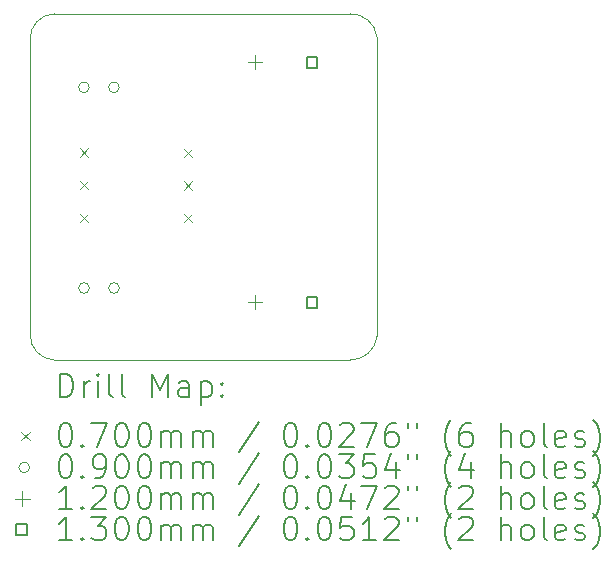
<source format=gbr>
%TF.GenerationSoftware,KiCad,Pcbnew,(6.0.7)*%
%TF.CreationDate,2022-10-05T19:23:16-05:00*%
%TF.ProjectId,INA186_Breakout,494e4131-3836-45f4-9272-65616b6f7574,rev?*%
%TF.SameCoordinates,Original*%
%TF.FileFunction,Drillmap*%
%TF.FilePolarity,Positive*%
%FSLAX45Y45*%
G04 Gerber Fmt 4.5, Leading zero omitted, Abs format (unit mm)*
G04 Created by KiCad (PCBNEW (6.0.7)) date 2022-10-05 19:23:16*
%MOMM*%
%LPD*%
G01*
G04 APERTURE LIST*
%ADD10C,0.100000*%
%ADD11C,0.200000*%
%ADD12C,0.070000*%
%ADD13C,0.090000*%
%ADD14C,0.120000*%
%ADD15C,0.130000*%
G04 APERTURE END LIST*
D10*
X5033374Y-2250317D02*
X5033374Y-4750294D01*
X5239114Y-2035180D02*
X7739114Y-2035180D01*
X7970387Y-2230616D02*
X7970387Y-4765348D01*
X7739114Y-4965433D02*
G75*
G03*
X7970387Y-4765348I7406J225143D01*
G01*
X7739114Y-4965431D02*
X5239114Y-4965431D01*
X5033371Y-4750294D02*
G75*
G03*
X5239114Y-4965431I210629J-4516D01*
G01*
X7970386Y-2230617D02*
G75*
G03*
X7739114Y-2035180I-220686J-26594D01*
G01*
X5239114Y-2035177D02*
G75*
G03*
X5033374Y-2250317I2936J-208753D01*
G01*
D11*
D12*
X5453940Y-3173020D02*
X5523940Y-3243020D01*
X5523940Y-3173020D02*
X5453940Y-3243020D01*
X5453940Y-3449880D02*
X5523940Y-3519880D01*
X5523940Y-3449880D02*
X5453940Y-3519880D01*
X5453940Y-3726740D02*
X5523940Y-3796740D01*
X5523940Y-3726740D02*
X5453940Y-3796740D01*
X6335320Y-3175560D02*
X6405320Y-3245560D01*
X6405320Y-3175560D02*
X6335320Y-3245560D01*
X6335320Y-3452420D02*
X6405320Y-3522420D01*
X6405320Y-3452420D02*
X6335320Y-3522420D01*
X6335320Y-3729280D02*
X6405320Y-3799280D01*
X6405320Y-3729280D02*
X6335320Y-3799280D01*
D13*
X5533940Y-2656840D02*
G75*
G03*
X5533940Y-2656840I-45000J0D01*
G01*
X5533940Y-4356100D02*
G75*
G03*
X5533940Y-4356100I-45000J0D01*
G01*
X5787940Y-2656840D02*
G75*
G03*
X5787940Y-2656840I-45000J0D01*
G01*
X5787940Y-4356100D02*
G75*
G03*
X5787940Y-4356100I-45000J0D01*
G01*
D14*
X6934200Y-2383480D02*
X6934200Y-2503480D01*
X6874200Y-2443480D02*
X6994200Y-2443480D01*
X6934200Y-4415480D02*
X6934200Y-4535480D01*
X6874200Y-4475480D02*
X6994200Y-4475480D01*
D15*
X7465302Y-2489442D02*
X7465302Y-2397518D01*
X7373378Y-2397518D01*
X7373378Y-2489442D01*
X7465302Y-2489442D01*
X7465302Y-4521442D02*
X7465302Y-4429518D01*
X7373378Y-4429518D01*
X7373378Y-4521442D01*
X7465302Y-4521442D01*
D11*
X5285896Y-5281031D02*
X5285896Y-5081031D01*
X5333515Y-5081031D01*
X5362086Y-5090555D01*
X5381134Y-5109602D01*
X5390658Y-5128650D01*
X5400181Y-5166745D01*
X5400181Y-5195317D01*
X5390658Y-5233412D01*
X5381134Y-5252459D01*
X5362086Y-5271507D01*
X5333515Y-5281031D01*
X5285896Y-5281031D01*
X5485896Y-5281031D02*
X5485896Y-5147698D01*
X5485896Y-5185793D02*
X5495419Y-5166745D01*
X5504943Y-5157221D01*
X5523991Y-5147698D01*
X5543039Y-5147698D01*
X5609705Y-5281031D02*
X5609705Y-5147698D01*
X5609705Y-5081031D02*
X5600181Y-5090555D01*
X5609705Y-5100079D01*
X5619229Y-5090555D01*
X5609705Y-5081031D01*
X5609705Y-5100079D01*
X5733515Y-5281031D02*
X5714467Y-5271507D01*
X5704943Y-5252459D01*
X5704943Y-5081031D01*
X5838277Y-5281031D02*
X5819229Y-5271507D01*
X5809705Y-5252459D01*
X5809705Y-5081031D01*
X6066848Y-5281031D02*
X6066848Y-5081031D01*
X6133515Y-5223888D01*
X6200181Y-5081031D01*
X6200181Y-5281031D01*
X6381134Y-5281031D02*
X6381134Y-5176269D01*
X6371610Y-5157221D01*
X6352562Y-5147698D01*
X6314467Y-5147698D01*
X6295419Y-5157221D01*
X6381134Y-5271507D02*
X6362086Y-5281031D01*
X6314467Y-5281031D01*
X6295419Y-5271507D01*
X6285896Y-5252459D01*
X6285896Y-5233412D01*
X6295419Y-5214364D01*
X6314467Y-5204840D01*
X6362086Y-5204840D01*
X6381134Y-5195317D01*
X6476372Y-5147698D02*
X6476372Y-5347698D01*
X6476372Y-5157221D02*
X6495419Y-5147698D01*
X6533515Y-5147698D01*
X6552562Y-5157221D01*
X6562086Y-5166745D01*
X6571610Y-5185793D01*
X6571610Y-5242936D01*
X6562086Y-5261983D01*
X6552562Y-5271507D01*
X6533515Y-5281031D01*
X6495419Y-5281031D01*
X6476372Y-5271507D01*
X6657324Y-5261983D02*
X6666848Y-5271507D01*
X6657324Y-5281031D01*
X6647800Y-5271507D01*
X6657324Y-5261983D01*
X6657324Y-5281031D01*
X6657324Y-5157221D02*
X6666848Y-5166745D01*
X6657324Y-5176269D01*
X6647800Y-5166745D01*
X6657324Y-5157221D01*
X6657324Y-5176269D01*
D12*
X4958277Y-5575555D02*
X5028277Y-5645555D01*
X5028277Y-5575555D02*
X4958277Y-5645555D01*
D11*
X5323991Y-5501031D02*
X5343039Y-5501031D01*
X5362086Y-5510555D01*
X5371610Y-5520079D01*
X5381134Y-5539126D01*
X5390658Y-5577221D01*
X5390658Y-5624840D01*
X5381134Y-5662936D01*
X5371610Y-5681983D01*
X5362086Y-5691507D01*
X5343039Y-5701031D01*
X5323991Y-5701031D01*
X5304943Y-5691507D01*
X5295419Y-5681983D01*
X5285896Y-5662936D01*
X5276372Y-5624840D01*
X5276372Y-5577221D01*
X5285896Y-5539126D01*
X5295419Y-5520079D01*
X5304943Y-5510555D01*
X5323991Y-5501031D01*
X5476372Y-5681983D02*
X5485896Y-5691507D01*
X5476372Y-5701031D01*
X5466848Y-5691507D01*
X5476372Y-5681983D01*
X5476372Y-5701031D01*
X5552562Y-5501031D02*
X5685896Y-5501031D01*
X5600181Y-5701031D01*
X5800181Y-5501031D02*
X5819229Y-5501031D01*
X5838277Y-5510555D01*
X5847800Y-5520079D01*
X5857324Y-5539126D01*
X5866848Y-5577221D01*
X5866848Y-5624840D01*
X5857324Y-5662936D01*
X5847800Y-5681983D01*
X5838277Y-5691507D01*
X5819229Y-5701031D01*
X5800181Y-5701031D01*
X5781134Y-5691507D01*
X5771610Y-5681983D01*
X5762086Y-5662936D01*
X5752562Y-5624840D01*
X5752562Y-5577221D01*
X5762086Y-5539126D01*
X5771610Y-5520079D01*
X5781134Y-5510555D01*
X5800181Y-5501031D01*
X5990657Y-5501031D02*
X6009705Y-5501031D01*
X6028753Y-5510555D01*
X6038277Y-5520079D01*
X6047800Y-5539126D01*
X6057324Y-5577221D01*
X6057324Y-5624840D01*
X6047800Y-5662936D01*
X6038277Y-5681983D01*
X6028753Y-5691507D01*
X6009705Y-5701031D01*
X5990657Y-5701031D01*
X5971610Y-5691507D01*
X5962086Y-5681983D01*
X5952562Y-5662936D01*
X5943038Y-5624840D01*
X5943038Y-5577221D01*
X5952562Y-5539126D01*
X5962086Y-5520079D01*
X5971610Y-5510555D01*
X5990657Y-5501031D01*
X6143038Y-5701031D02*
X6143038Y-5567698D01*
X6143038Y-5586745D02*
X6152562Y-5577221D01*
X6171610Y-5567698D01*
X6200181Y-5567698D01*
X6219229Y-5577221D01*
X6228753Y-5596269D01*
X6228753Y-5701031D01*
X6228753Y-5596269D02*
X6238277Y-5577221D01*
X6257324Y-5567698D01*
X6285896Y-5567698D01*
X6304943Y-5577221D01*
X6314467Y-5596269D01*
X6314467Y-5701031D01*
X6409705Y-5701031D02*
X6409705Y-5567698D01*
X6409705Y-5586745D02*
X6419229Y-5577221D01*
X6438277Y-5567698D01*
X6466848Y-5567698D01*
X6485896Y-5577221D01*
X6495419Y-5596269D01*
X6495419Y-5701031D01*
X6495419Y-5596269D02*
X6504943Y-5577221D01*
X6523991Y-5567698D01*
X6552562Y-5567698D01*
X6571610Y-5577221D01*
X6581134Y-5596269D01*
X6581134Y-5701031D01*
X6971610Y-5491507D02*
X6800181Y-5748650D01*
X7228753Y-5501031D02*
X7247800Y-5501031D01*
X7266848Y-5510555D01*
X7276372Y-5520079D01*
X7285896Y-5539126D01*
X7295419Y-5577221D01*
X7295419Y-5624840D01*
X7285896Y-5662936D01*
X7276372Y-5681983D01*
X7266848Y-5691507D01*
X7247800Y-5701031D01*
X7228753Y-5701031D01*
X7209705Y-5691507D01*
X7200181Y-5681983D01*
X7190657Y-5662936D01*
X7181134Y-5624840D01*
X7181134Y-5577221D01*
X7190657Y-5539126D01*
X7200181Y-5520079D01*
X7209705Y-5510555D01*
X7228753Y-5501031D01*
X7381134Y-5681983D02*
X7390657Y-5691507D01*
X7381134Y-5701031D01*
X7371610Y-5691507D01*
X7381134Y-5681983D01*
X7381134Y-5701031D01*
X7514467Y-5501031D02*
X7533515Y-5501031D01*
X7552562Y-5510555D01*
X7562086Y-5520079D01*
X7571610Y-5539126D01*
X7581134Y-5577221D01*
X7581134Y-5624840D01*
X7571610Y-5662936D01*
X7562086Y-5681983D01*
X7552562Y-5691507D01*
X7533515Y-5701031D01*
X7514467Y-5701031D01*
X7495419Y-5691507D01*
X7485896Y-5681983D01*
X7476372Y-5662936D01*
X7466848Y-5624840D01*
X7466848Y-5577221D01*
X7476372Y-5539126D01*
X7485896Y-5520079D01*
X7495419Y-5510555D01*
X7514467Y-5501031D01*
X7657324Y-5520079D02*
X7666848Y-5510555D01*
X7685896Y-5501031D01*
X7733515Y-5501031D01*
X7752562Y-5510555D01*
X7762086Y-5520079D01*
X7771610Y-5539126D01*
X7771610Y-5558174D01*
X7762086Y-5586745D01*
X7647800Y-5701031D01*
X7771610Y-5701031D01*
X7838277Y-5501031D02*
X7971610Y-5501031D01*
X7885896Y-5701031D01*
X8133515Y-5501031D02*
X8095419Y-5501031D01*
X8076372Y-5510555D01*
X8066848Y-5520079D01*
X8047800Y-5548650D01*
X8038276Y-5586745D01*
X8038276Y-5662936D01*
X8047800Y-5681983D01*
X8057324Y-5691507D01*
X8076372Y-5701031D01*
X8114467Y-5701031D01*
X8133515Y-5691507D01*
X8143038Y-5681983D01*
X8152562Y-5662936D01*
X8152562Y-5615317D01*
X8143038Y-5596269D01*
X8133515Y-5586745D01*
X8114467Y-5577221D01*
X8076372Y-5577221D01*
X8057324Y-5586745D01*
X8047800Y-5596269D01*
X8038276Y-5615317D01*
X8228753Y-5501031D02*
X8228753Y-5539126D01*
X8304943Y-5501031D02*
X8304943Y-5539126D01*
X8600181Y-5777221D02*
X8590658Y-5767697D01*
X8571610Y-5739126D01*
X8562086Y-5720078D01*
X8552562Y-5691507D01*
X8543039Y-5643888D01*
X8543039Y-5605793D01*
X8552562Y-5558174D01*
X8562086Y-5529602D01*
X8571610Y-5510555D01*
X8590658Y-5481983D01*
X8600181Y-5472459D01*
X8762086Y-5501031D02*
X8723991Y-5501031D01*
X8704943Y-5510555D01*
X8695419Y-5520079D01*
X8676372Y-5548650D01*
X8666848Y-5586745D01*
X8666848Y-5662936D01*
X8676372Y-5681983D01*
X8685896Y-5691507D01*
X8704943Y-5701031D01*
X8743039Y-5701031D01*
X8762086Y-5691507D01*
X8771610Y-5681983D01*
X8781134Y-5662936D01*
X8781134Y-5615317D01*
X8771610Y-5596269D01*
X8762086Y-5586745D01*
X8743039Y-5577221D01*
X8704943Y-5577221D01*
X8685896Y-5586745D01*
X8676372Y-5596269D01*
X8666848Y-5615317D01*
X9019229Y-5701031D02*
X9019229Y-5501031D01*
X9104943Y-5701031D02*
X9104943Y-5596269D01*
X9095419Y-5577221D01*
X9076372Y-5567698D01*
X9047800Y-5567698D01*
X9028753Y-5577221D01*
X9019229Y-5586745D01*
X9228753Y-5701031D02*
X9209705Y-5691507D01*
X9200181Y-5681983D01*
X9190658Y-5662936D01*
X9190658Y-5605793D01*
X9200181Y-5586745D01*
X9209705Y-5577221D01*
X9228753Y-5567698D01*
X9257324Y-5567698D01*
X9276372Y-5577221D01*
X9285896Y-5586745D01*
X9295419Y-5605793D01*
X9295419Y-5662936D01*
X9285896Y-5681983D01*
X9276372Y-5691507D01*
X9257324Y-5701031D01*
X9228753Y-5701031D01*
X9409705Y-5701031D02*
X9390658Y-5691507D01*
X9381134Y-5672459D01*
X9381134Y-5501031D01*
X9562086Y-5691507D02*
X9543039Y-5701031D01*
X9504943Y-5701031D01*
X9485896Y-5691507D01*
X9476372Y-5672459D01*
X9476372Y-5596269D01*
X9485896Y-5577221D01*
X9504943Y-5567698D01*
X9543039Y-5567698D01*
X9562086Y-5577221D01*
X9571610Y-5596269D01*
X9571610Y-5615317D01*
X9476372Y-5634364D01*
X9647800Y-5691507D02*
X9666848Y-5701031D01*
X9704943Y-5701031D01*
X9723991Y-5691507D01*
X9733515Y-5672459D01*
X9733515Y-5662936D01*
X9723991Y-5643888D01*
X9704943Y-5634364D01*
X9676372Y-5634364D01*
X9657324Y-5624840D01*
X9647800Y-5605793D01*
X9647800Y-5596269D01*
X9657324Y-5577221D01*
X9676372Y-5567698D01*
X9704943Y-5567698D01*
X9723991Y-5577221D01*
X9800181Y-5777221D02*
X9809705Y-5767697D01*
X9828753Y-5739126D01*
X9838277Y-5720078D01*
X9847800Y-5691507D01*
X9857324Y-5643888D01*
X9857324Y-5605793D01*
X9847800Y-5558174D01*
X9838277Y-5529602D01*
X9828753Y-5510555D01*
X9809705Y-5481983D01*
X9800181Y-5472459D01*
D13*
X5028277Y-5874555D02*
G75*
G03*
X5028277Y-5874555I-45000J0D01*
G01*
D11*
X5323991Y-5765031D02*
X5343039Y-5765031D01*
X5362086Y-5774555D01*
X5371610Y-5784078D01*
X5381134Y-5803126D01*
X5390658Y-5841221D01*
X5390658Y-5888840D01*
X5381134Y-5926936D01*
X5371610Y-5945983D01*
X5362086Y-5955507D01*
X5343039Y-5965031D01*
X5323991Y-5965031D01*
X5304943Y-5955507D01*
X5295419Y-5945983D01*
X5285896Y-5926936D01*
X5276372Y-5888840D01*
X5276372Y-5841221D01*
X5285896Y-5803126D01*
X5295419Y-5784078D01*
X5304943Y-5774555D01*
X5323991Y-5765031D01*
X5476372Y-5945983D02*
X5485896Y-5955507D01*
X5476372Y-5965031D01*
X5466848Y-5955507D01*
X5476372Y-5945983D01*
X5476372Y-5965031D01*
X5581134Y-5965031D02*
X5619229Y-5965031D01*
X5638277Y-5955507D01*
X5647800Y-5945983D01*
X5666848Y-5917412D01*
X5676372Y-5879317D01*
X5676372Y-5803126D01*
X5666848Y-5784078D01*
X5657324Y-5774555D01*
X5638277Y-5765031D01*
X5600181Y-5765031D01*
X5581134Y-5774555D01*
X5571610Y-5784078D01*
X5562086Y-5803126D01*
X5562086Y-5850745D01*
X5571610Y-5869793D01*
X5581134Y-5879317D01*
X5600181Y-5888840D01*
X5638277Y-5888840D01*
X5657324Y-5879317D01*
X5666848Y-5869793D01*
X5676372Y-5850745D01*
X5800181Y-5765031D02*
X5819229Y-5765031D01*
X5838277Y-5774555D01*
X5847800Y-5784078D01*
X5857324Y-5803126D01*
X5866848Y-5841221D01*
X5866848Y-5888840D01*
X5857324Y-5926936D01*
X5847800Y-5945983D01*
X5838277Y-5955507D01*
X5819229Y-5965031D01*
X5800181Y-5965031D01*
X5781134Y-5955507D01*
X5771610Y-5945983D01*
X5762086Y-5926936D01*
X5752562Y-5888840D01*
X5752562Y-5841221D01*
X5762086Y-5803126D01*
X5771610Y-5784078D01*
X5781134Y-5774555D01*
X5800181Y-5765031D01*
X5990657Y-5765031D02*
X6009705Y-5765031D01*
X6028753Y-5774555D01*
X6038277Y-5784078D01*
X6047800Y-5803126D01*
X6057324Y-5841221D01*
X6057324Y-5888840D01*
X6047800Y-5926936D01*
X6038277Y-5945983D01*
X6028753Y-5955507D01*
X6009705Y-5965031D01*
X5990657Y-5965031D01*
X5971610Y-5955507D01*
X5962086Y-5945983D01*
X5952562Y-5926936D01*
X5943038Y-5888840D01*
X5943038Y-5841221D01*
X5952562Y-5803126D01*
X5962086Y-5784078D01*
X5971610Y-5774555D01*
X5990657Y-5765031D01*
X6143038Y-5965031D02*
X6143038Y-5831697D01*
X6143038Y-5850745D02*
X6152562Y-5841221D01*
X6171610Y-5831697D01*
X6200181Y-5831697D01*
X6219229Y-5841221D01*
X6228753Y-5860269D01*
X6228753Y-5965031D01*
X6228753Y-5860269D02*
X6238277Y-5841221D01*
X6257324Y-5831697D01*
X6285896Y-5831697D01*
X6304943Y-5841221D01*
X6314467Y-5860269D01*
X6314467Y-5965031D01*
X6409705Y-5965031D02*
X6409705Y-5831697D01*
X6409705Y-5850745D02*
X6419229Y-5841221D01*
X6438277Y-5831697D01*
X6466848Y-5831697D01*
X6485896Y-5841221D01*
X6495419Y-5860269D01*
X6495419Y-5965031D01*
X6495419Y-5860269D02*
X6504943Y-5841221D01*
X6523991Y-5831697D01*
X6552562Y-5831697D01*
X6571610Y-5841221D01*
X6581134Y-5860269D01*
X6581134Y-5965031D01*
X6971610Y-5755507D02*
X6800181Y-6012650D01*
X7228753Y-5765031D02*
X7247800Y-5765031D01*
X7266848Y-5774555D01*
X7276372Y-5784078D01*
X7285896Y-5803126D01*
X7295419Y-5841221D01*
X7295419Y-5888840D01*
X7285896Y-5926936D01*
X7276372Y-5945983D01*
X7266848Y-5955507D01*
X7247800Y-5965031D01*
X7228753Y-5965031D01*
X7209705Y-5955507D01*
X7200181Y-5945983D01*
X7190657Y-5926936D01*
X7181134Y-5888840D01*
X7181134Y-5841221D01*
X7190657Y-5803126D01*
X7200181Y-5784078D01*
X7209705Y-5774555D01*
X7228753Y-5765031D01*
X7381134Y-5945983D02*
X7390657Y-5955507D01*
X7381134Y-5965031D01*
X7371610Y-5955507D01*
X7381134Y-5945983D01*
X7381134Y-5965031D01*
X7514467Y-5765031D02*
X7533515Y-5765031D01*
X7552562Y-5774555D01*
X7562086Y-5784078D01*
X7571610Y-5803126D01*
X7581134Y-5841221D01*
X7581134Y-5888840D01*
X7571610Y-5926936D01*
X7562086Y-5945983D01*
X7552562Y-5955507D01*
X7533515Y-5965031D01*
X7514467Y-5965031D01*
X7495419Y-5955507D01*
X7485896Y-5945983D01*
X7476372Y-5926936D01*
X7466848Y-5888840D01*
X7466848Y-5841221D01*
X7476372Y-5803126D01*
X7485896Y-5784078D01*
X7495419Y-5774555D01*
X7514467Y-5765031D01*
X7647800Y-5765031D02*
X7771610Y-5765031D01*
X7704943Y-5841221D01*
X7733515Y-5841221D01*
X7752562Y-5850745D01*
X7762086Y-5860269D01*
X7771610Y-5879317D01*
X7771610Y-5926936D01*
X7762086Y-5945983D01*
X7752562Y-5955507D01*
X7733515Y-5965031D01*
X7676372Y-5965031D01*
X7657324Y-5955507D01*
X7647800Y-5945983D01*
X7952562Y-5765031D02*
X7857324Y-5765031D01*
X7847800Y-5860269D01*
X7857324Y-5850745D01*
X7876372Y-5841221D01*
X7923991Y-5841221D01*
X7943038Y-5850745D01*
X7952562Y-5860269D01*
X7962086Y-5879317D01*
X7962086Y-5926936D01*
X7952562Y-5945983D01*
X7943038Y-5955507D01*
X7923991Y-5965031D01*
X7876372Y-5965031D01*
X7857324Y-5955507D01*
X7847800Y-5945983D01*
X8133515Y-5831697D02*
X8133515Y-5965031D01*
X8085896Y-5755507D02*
X8038276Y-5898364D01*
X8162086Y-5898364D01*
X8228753Y-5765031D02*
X8228753Y-5803126D01*
X8304943Y-5765031D02*
X8304943Y-5803126D01*
X8600181Y-6041221D02*
X8590658Y-6031697D01*
X8571610Y-6003126D01*
X8562086Y-5984078D01*
X8552562Y-5955507D01*
X8543039Y-5907888D01*
X8543039Y-5869793D01*
X8552562Y-5822174D01*
X8562086Y-5793602D01*
X8571610Y-5774555D01*
X8590658Y-5745983D01*
X8600181Y-5736459D01*
X8762086Y-5831697D02*
X8762086Y-5965031D01*
X8714467Y-5755507D02*
X8666848Y-5898364D01*
X8790658Y-5898364D01*
X9019229Y-5965031D02*
X9019229Y-5765031D01*
X9104943Y-5965031D02*
X9104943Y-5860269D01*
X9095419Y-5841221D01*
X9076372Y-5831697D01*
X9047800Y-5831697D01*
X9028753Y-5841221D01*
X9019229Y-5850745D01*
X9228753Y-5965031D02*
X9209705Y-5955507D01*
X9200181Y-5945983D01*
X9190658Y-5926936D01*
X9190658Y-5869793D01*
X9200181Y-5850745D01*
X9209705Y-5841221D01*
X9228753Y-5831697D01*
X9257324Y-5831697D01*
X9276372Y-5841221D01*
X9285896Y-5850745D01*
X9295419Y-5869793D01*
X9295419Y-5926936D01*
X9285896Y-5945983D01*
X9276372Y-5955507D01*
X9257324Y-5965031D01*
X9228753Y-5965031D01*
X9409705Y-5965031D02*
X9390658Y-5955507D01*
X9381134Y-5936459D01*
X9381134Y-5765031D01*
X9562086Y-5955507D02*
X9543039Y-5965031D01*
X9504943Y-5965031D01*
X9485896Y-5955507D01*
X9476372Y-5936459D01*
X9476372Y-5860269D01*
X9485896Y-5841221D01*
X9504943Y-5831697D01*
X9543039Y-5831697D01*
X9562086Y-5841221D01*
X9571610Y-5860269D01*
X9571610Y-5879317D01*
X9476372Y-5898364D01*
X9647800Y-5955507D02*
X9666848Y-5965031D01*
X9704943Y-5965031D01*
X9723991Y-5955507D01*
X9733515Y-5936459D01*
X9733515Y-5926936D01*
X9723991Y-5907888D01*
X9704943Y-5898364D01*
X9676372Y-5898364D01*
X9657324Y-5888840D01*
X9647800Y-5869793D01*
X9647800Y-5860269D01*
X9657324Y-5841221D01*
X9676372Y-5831697D01*
X9704943Y-5831697D01*
X9723991Y-5841221D01*
X9800181Y-6041221D02*
X9809705Y-6031697D01*
X9828753Y-6003126D01*
X9838277Y-5984078D01*
X9847800Y-5955507D01*
X9857324Y-5907888D01*
X9857324Y-5869793D01*
X9847800Y-5822174D01*
X9838277Y-5793602D01*
X9828753Y-5774555D01*
X9809705Y-5745983D01*
X9800181Y-5736459D01*
D14*
X4968277Y-6078555D02*
X4968277Y-6198555D01*
X4908277Y-6138555D02*
X5028277Y-6138555D01*
D11*
X5390658Y-6229031D02*
X5276372Y-6229031D01*
X5333515Y-6229031D02*
X5333515Y-6029031D01*
X5314467Y-6057602D01*
X5295419Y-6076650D01*
X5276372Y-6086174D01*
X5476372Y-6209983D02*
X5485896Y-6219507D01*
X5476372Y-6229031D01*
X5466848Y-6219507D01*
X5476372Y-6209983D01*
X5476372Y-6229031D01*
X5562086Y-6048078D02*
X5571610Y-6038555D01*
X5590658Y-6029031D01*
X5638277Y-6029031D01*
X5657324Y-6038555D01*
X5666848Y-6048078D01*
X5676372Y-6067126D01*
X5676372Y-6086174D01*
X5666848Y-6114745D01*
X5552562Y-6229031D01*
X5676372Y-6229031D01*
X5800181Y-6029031D02*
X5819229Y-6029031D01*
X5838277Y-6038555D01*
X5847800Y-6048078D01*
X5857324Y-6067126D01*
X5866848Y-6105221D01*
X5866848Y-6152840D01*
X5857324Y-6190936D01*
X5847800Y-6209983D01*
X5838277Y-6219507D01*
X5819229Y-6229031D01*
X5800181Y-6229031D01*
X5781134Y-6219507D01*
X5771610Y-6209983D01*
X5762086Y-6190936D01*
X5752562Y-6152840D01*
X5752562Y-6105221D01*
X5762086Y-6067126D01*
X5771610Y-6048078D01*
X5781134Y-6038555D01*
X5800181Y-6029031D01*
X5990657Y-6029031D02*
X6009705Y-6029031D01*
X6028753Y-6038555D01*
X6038277Y-6048078D01*
X6047800Y-6067126D01*
X6057324Y-6105221D01*
X6057324Y-6152840D01*
X6047800Y-6190936D01*
X6038277Y-6209983D01*
X6028753Y-6219507D01*
X6009705Y-6229031D01*
X5990657Y-6229031D01*
X5971610Y-6219507D01*
X5962086Y-6209983D01*
X5952562Y-6190936D01*
X5943038Y-6152840D01*
X5943038Y-6105221D01*
X5952562Y-6067126D01*
X5962086Y-6048078D01*
X5971610Y-6038555D01*
X5990657Y-6029031D01*
X6143038Y-6229031D02*
X6143038Y-6095697D01*
X6143038Y-6114745D02*
X6152562Y-6105221D01*
X6171610Y-6095697D01*
X6200181Y-6095697D01*
X6219229Y-6105221D01*
X6228753Y-6124269D01*
X6228753Y-6229031D01*
X6228753Y-6124269D02*
X6238277Y-6105221D01*
X6257324Y-6095697D01*
X6285896Y-6095697D01*
X6304943Y-6105221D01*
X6314467Y-6124269D01*
X6314467Y-6229031D01*
X6409705Y-6229031D02*
X6409705Y-6095697D01*
X6409705Y-6114745D02*
X6419229Y-6105221D01*
X6438277Y-6095697D01*
X6466848Y-6095697D01*
X6485896Y-6105221D01*
X6495419Y-6124269D01*
X6495419Y-6229031D01*
X6495419Y-6124269D02*
X6504943Y-6105221D01*
X6523991Y-6095697D01*
X6552562Y-6095697D01*
X6571610Y-6105221D01*
X6581134Y-6124269D01*
X6581134Y-6229031D01*
X6971610Y-6019507D02*
X6800181Y-6276650D01*
X7228753Y-6029031D02*
X7247800Y-6029031D01*
X7266848Y-6038555D01*
X7276372Y-6048078D01*
X7285896Y-6067126D01*
X7295419Y-6105221D01*
X7295419Y-6152840D01*
X7285896Y-6190936D01*
X7276372Y-6209983D01*
X7266848Y-6219507D01*
X7247800Y-6229031D01*
X7228753Y-6229031D01*
X7209705Y-6219507D01*
X7200181Y-6209983D01*
X7190657Y-6190936D01*
X7181134Y-6152840D01*
X7181134Y-6105221D01*
X7190657Y-6067126D01*
X7200181Y-6048078D01*
X7209705Y-6038555D01*
X7228753Y-6029031D01*
X7381134Y-6209983D02*
X7390657Y-6219507D01*
X7381134Y-6229031D01*
X7371610Y-6219507D01*
X7381134Y-6209983D01*
X7381134Y-6229031D01*
X7514467Y-6029031D02*
X7533515Y-6029031D01*
X7552562Y-6038555D01*
X7562086Y-6048078D01*
X7571610Y-6067126D01*
X7581134Y-6105221D01*
X7581134Y-6152840D01*
X7571610Y-6190936D01*
X7562086Y-6209983D01*
X7552562Y-6219507D01*
X7533515Y-6229031D01*
X7514467Y-6229031D01*
X7495419Y-6219507D01*
X7485896Y-6209983D01*
X7476372Y-6190936D01*
X7466848Y-6152840D01*
X7466848Y-6105221D01*
X7476372Y-6067126D01*
X7485896Y-6048078D01*
X7495419Y-6038555D01*
X7514467Y-6029031D01*
X7752562Y-6095697D02*
X7752562Y-6229031D01*
X7704943Y-6019507D02*
X7657324Y-6162364D01*
X7781134Y-6162364D01*
X7838277Y-6029031D02*
X7971610Y-6029031D01*
X7885896Y-6229031D01*
X8038276Y-6048078D02*
X8047800Y-6038555D01*
X8066848Y-6029031D01*
X8114467Y-6029031D01*
X8133515Y-6038555D01*
X8143038Y-6048078D01*
X8152562Y-6067126D01*
X8152562Y-6086174D01*
X8143038Y-6114745D01*
X8028753Y-6229031D01*
X8152562Y-6229031D01*
X8228753Y-6029031D02*
X8228753Y-6067126D01*
X8304943Y-6029031D02*
X8304943Y-6067126D01*
X8600181Y-6305221D02*
X8590658Y-6295697D01*
X8571610Y-6267126D01*
X8562086Y-6248078D01*
X8552562Y-6219507D01*
X8543039Y-6171888D01*
X8543039Y-6133793D01*
X8552562Y-6086174D01*
X8562086Y-6057602D01*
X8571610Y-6038555D01*
X8590658Y-6009983D01*
X8600181Y-6000459D01*
X8666848Y-6048078D02*
X8676372Y-6038555D01*
X8695419Y-6029031D01*
X8743039Y-6029031D01*
X8762086Y-6038555D01*
X8771610Y-6048078D01*
X8781134Y-6067126D01*
X8781134Y-6086174D01*
X8771610Y-6114745D01*
X8657324Y-6229031D01*
X8781134Y-6229031D01*
X9019229Y-6229031D02*
X9019229Y-6029031D01*
X9104943Y-6229031D02*
X9104943Y-6124269D01*
X9095419Y-6105221D01*
X9076372Y-6095697D01*
X9047800Y-6095697D01*
X9028753Y-6105221D01*
X9019229Y-6114745D01*
X9228753Y-6229031D02*
X9209705Y-6219507D01*
X9200181Y-6209983D01*
X9190658Y-6190936D01*
X9190658Y-6133793D01*
X9200181Y-6114745D01*
X9209705Y-6105221D01*
X9228753Y-6095697D01*
X9257324Y-6095697D01*
X9276372Y-6105221D01*
X9285896Y-6114745D01*
X9295419Y-6133793D01*
X9295419Y-6190936D01*
X9285896Y-6209983D01*
X9276372Y-6219507D01*
X9257324Y-6229031D01*
X9228753Y-6229031D01*
X9409705Y-6229031D02*
X9390658Y-6219507D01*
X9381134Y-6200459D01*
X9381134Y-6029031D01*
X9562086Y-6219507D02*
X9543039Y-6229031D01*
X9504943Y-6229031D01*
X9485896Y-6219507D01*
X9476372Y-6200459D01*
X9476372Y-6124269D01*
X9485896Y-6105221D01*
X9504943Y-6095697D01*
X9543039Y-6095697D01*
X9562086Y-6105221D01*
X9571610Y-6124269D01*
X9571610Y-6143317D01*
X9476372Y-6162364D01*
X9647800Y-6219507D02*
X9666848Y-6229031D01*
X9704943Y-6229031D01*
X9723991Y-6219507D01*
X9733515Y-6200459D01*
X9733515Y-6190936D01*
X9723991Y-6171888D01*
X9704943Y-6162364D01*
X9676372Y-6162364D01*
X9657324Y-6152840D01*
X9647800Y-6133793D01*
X9647800Y-6124269D01*
X9657324Y-6105221D01*
X9676372Y-6095697D01*
X9704943Y-6095697D01*
X9723991Y-6105221D01*
X9800181Y-6305221D02*
X9809705Y-6295697D01*
X9828753Y-6267126D01*
X9838277Y-6248078D01*
X9847800Y-6219507D01*
X9857324Y-6171888D01*
X9857324Y-6133793D01*
X9847800Y-6086174D01*
X9838277Y-6057602D01*
X9828753Y-6038555D01*
X9809705Y-6009983D01*
X9800181Y-6000459D01*
D15*
X5009239Y-6448517D02*
X5009239Y-6356592D01*
X4917314Y-6356592D01*
X4917314Y-6448517D01*
X5009239Y-6448517D01*
D11*
X5390658Y-6493031D02*
X5276372Y-6493031D01*
X5333515Y-6493031D02*
X5333515Y-6293031D01*
X5314467Y-6321602D01*
X5295419Y-6340650D01*
X5276372Y-6350174D01*
X5476372Y-6473983D02*
X5485896Y-6483507D01*
X5476372Y-6493031D01*
X5466848Y-6483507D01*
X5476372Y-6473983D01*
X5476372Y-6493031D01*
X5552562Y-6293031D02*
X5676372Y-6293031D01*
X5609705Y-6369221D01*
X5638277Y-6369221D01*
X5657324Y-6378745D01*
X5666848Y-6388269D01*
X5676372Y-6407317D01*
X5676372Y-6454936D01*
X5666848Y-6473983D01*
X5657324Y-6483507D01*
X5638277Y-6493031D01*
X5581134Y-6493031D01*
X5562086Y-6483507D01*
X5552562Y-6473983D01*
X5800181Y-6293031D02*
X5819229Y-6293031D01*
X5838277Y-6302555D01*
X5847800Y-6312078D01*
X5857324Y-6331126D01*
X5866848Y-6369221D01*
X5866848Y-6416840D01*
X5857324Y-6454936D01*
X5847800Y-6473983D01*
X5838277Y-6483507D01*
X5819229Y-6493031D01*
X5800181Y-6493031D01*
X5781134Y-6483507D01*
X5771610Y-6473983D01*
X5762086Y-6454936D01*
X5752562Y-6416840D01*
X5752562Y-6369221D01*
X5762086Y-6331126D01*
X5771610Y-6312078D01*
X5781134Y-6302555D01*
X5800181Y-6293031D01*
X5990657Y-6293031D02*
X6009705Y-6293031D01*
X6028753Y-6302555D01*
X6038277Y-6312078D01*
X6047800Y-6331126D01*
X6057324Y-6369221D01*
X6057324Y-6416840D01*
X6047800Y-6454936D01*
X6038277Y-6473983D01*
X6028753Y-6483507D01*
X6009705Y-6493031D01*
X5990657Y-6493031D01*
X5971610Y-6483507D01*
X5962086Y-6473983D01*
X5952562Y-6454936D01*
X5943038Y-6416840D01*
X5943038Y-6369221D01*
X5952562Y-6331126D01*
X5962086Y-6312078D01*
X5971610Y-6302555D01*
X5990657Y-6293031D01*
X6143038Y-6493031D02*
X6143038Y-6359697D01*
X6143038Y-6378745D02*
X6152562Y-6369221D01*
X6171610Y-6359697D01*
X6200181Y-6359697D01*
X6219229Y-6369221D01*
X6228753Y-6388269D01*
X6228753Y-6493031D01*
X6228753Y-6388269D02*
X6238277Y-6369221D01*
X6257324Y-6359697D01*
X6285896Y-6359697D01*
X6304943Y-6369221D01*
X6314467Y-6388269D01*
X6314467Y-6493031D01*
X6409705Y-6493031D02*
X6409705Y-6359697D01*
X6409705Y-6378745D02*
X6419229Y-6369221D01*
X6438277Y-6359697D01*
X6466848Y-6359697D01*
X6485896Y-6369221D01*
X6495419Y-6388269D01*
X6495419Y-6493031D01*
X6495419Y-6388269D02*
X6504943Y-6369221D01*
X6523991Y-6359697D01*
X6552562Y-6359697D01*
X6571610Y-6369221D01*
X6581134Y-6388269D01*
X6581134Y-6493031D01*
X6971610Y-6283507D02*
X6800181Y-6540650D01*
X7228753Y-6293031D02*
X7247800Y-6293031D01*
X7266848Y-6302555D01*
X7276372Y-6312078D01*
X7285896Y-6331126D01*
X7295419Y-6369221D01*
X7295419Y-6416840D01*
X7285896Y-6454936D01*
X7276372Y-6473983D01*
X7266848Y-6483507D01*
X7247800Y-6493031D01*
X7228753Y-6493031D01*
X7209705Y-6483507D01*
X7200181Y-6473983D01*
X7190657Y-6454936D01*
X7181134Y-6416840D01*
X7181134Y-6369221D01*
X7190657Y-6331126D01*
X7200181Y-6312078D01*
X7209705Y-6302555D01*
X7228753Y-6293031D01*
X7381134Y-6473983D02*
X7390657Y-6483507D01*
X7381134Y-6493031D01*
X7371610Y-6483507D01*
X7381134Y-6473983D01*
X7381134Y-6493031D01*
X7514467Y-6293031D02*
X7533515Y-6293031D01*
X7552562Y-6302555D01*
X7562086Y-6312078D01*
X7571610Y-6331126D01*
X7581134Y-6369221D01*
X7581134Y-6416840D01*
X7571610Y-6454936D01*
X7562086Y-6473983D01*
X7552562Y-6483507D01*
X7533515Y-6493031D01*
X7514467Y-6493031D01*
X7495419Y-6483507D01*
X7485896Y-6473983D01*
X7476372Y-6454936D01*
X7466848Y-6416840D01*
X7466848Y-6369221D01*
X7476372Y-6331126D01*
X7485896Y-6312078D01*
X7495419Y-6302555D01*
X7514467Y-6293031D01*
X7762086Y-6293031D02*
X7666848Y-6293031D01*
X7657324Y-6388269D01*
X7666848Y-6378745D01*
X7685896Y-6369221D01*
X7733515Y-6369221D01*
X7752562Y-6378745D01*
X7762086Y-6388269D01*
X7771610Y-6407317D01*
X7771610Y-6454936D01*
X7762086Y-6473983D01*
X7752562Y-6483507D01*
X7733515Y-6493031D01*
X7685896Y-6493031D01*
X7666848Y-6483507D01*
X7657324Y-6473983D01*
X7962086Y-6493031D02*
X7847800Y-6493031D01*
X7904943Y-6493031D02*
X7904943Y-6293031D01*
X7885896Y-6321602D01*
X7866848Y-6340650D01*
X7847800Y-6350174D01*
X8038276Y-6312078D02*
X8047800Y-6302555D01*
X8066848Y-6293031D01*
X8114467Y-6293031D01*
X8133515Y-6302555D01*
X8143038Y-6312078D01*
X8152562Y-6331126D01*
X8152562Y-6350174D01*
X8143038Y-6378745D01*
X8028753Y-6493031D01*
X8152562Y-6493031D01*
X8228753Y-6293031D02*
X8228753Y-6331126D01*
X8304943Y-6293031D02*
X8304943Y-6331126D01*
X8600181Y-6569221D02*
X8590658Y-6559697D01*
X8571610Y-6531126D01*
X8562086Y-6512078D01*
X8552562Y-6483507D01*
X8543039Y-6435888D01*
X8543039Y-6397793D01*
X8552562Y-6350174D01*
X8562086Y-6321602D01*
X8571610Y-6302555D01*
X8590658Y-6273983D01*
X8600181Y-6264459D01*
X8666848Y-6312078D02*
X8676372Y-6302555D01*
X8695419Y-6293031D01*
X8743039Y-6293031D01*
X8762086Y-6302555D01*
X8771610Y-6312078D01*
X8781134Y-6331126D01*
X8781134Y-6350174D01*
X8771610Y-6378745D01*
X8657324Y-6493031D01*
X8781134Y-6493031D01*
X9019229Y-6493031D02*
X9019229Y-6293031D01*
X9104943Y-6493031D02*
X9104943Y-6388269D01*
X9095419Y-6369221D01*
X9076372Y-6359697D01*
X9047800Y-6359697D01*
X9028753Y-6369221D01*
X9019229Y-6378745D01*
X9228753Y-6493031D02*
X9209705Y-6483507D01*
X9200181Y-6473983D01*
X9190658Y-6454936D01*
X9190658Y-6397793D01*
X9200181Y-6378745D01*
X9209705Y-6369221D01*
X9228753Y-6359697D01*
X9257324Y-6359697D01*
X9276372Y-6369221D01*
X9285896Y-6378745D01*
X9295419Y-6397793D01*
X9295419Y-6454936D01*
X9285896Y-6473983D01*
X9276372Y-6483507D01*
X9257324Y-6493031D01*
X9228753Y-6493031D01*
X9409705Y-6493031D02*
X9390658Y-6483507D01*
X9381134Y-6464459D01*
X9381134Y-6293031D01*
X9562086Y-6483507D02*
X9543039Y-6493031D01*
X9504943Y-6493031D01*
X9485896Y-6483507D01*
X9476372Y-6464459D01*
X9476372Y-6388269D01*
X9485896Y-6369221D01*
X9504943Y-6359697D01*
X9543039Y-6359697D01*
X9562086Y-6369221D01*
X9571610Y-6388269D01*
X9571610Y-6407317D01*
X9476372Y-6426364D01*
X9647800Y-6483507D02*
X9666848Y-6493031D01*
X9704943Y-6493031D01*
X9723991Y-6483507D01*
X9733515Y-6464459D01*
X9733515Y-6454936D01*
X9723991Y-6435888D01*
X9704943Y-6426364D01*
X9676372Y-6426364D01*
X9657324Y-6416840D01*
X9647800Y-6397793D01*
X9647800Y-6388269D01*
X9657324Y-6369221D01*
X9676372Y-6359697D01*
X9704943Y-6359697D01*
X9723991Y-6369221D01*
X9800181Y-6569221D02*
X9809705Y-6559697D01*
X9828753Y-6531126D01*
X9838277Y-6512078D01*
X9847800Y-6483507D01*
X9857324Y-6435888D01*
X9857324Y-6397793D01*
X9847800Y-6350174D01*
X9838277Y-6321602D01*
X9828753Y-6302555D01*
X9809705Y-6273983D01*
X9800181Y-6264459D01*
M02*

</source>
